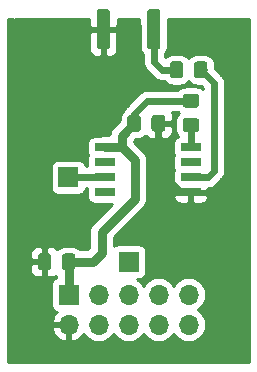
<source format=gbr>
G04 #@! TF.GenerationSoftware,KiCad,Pcbnew,5.0.2+dfsg1-1*
G04 #@! TF.CreationDate,2020-09-25T22:56:08+02:00*
G04 #@! TF.ProjectId,attiny13ir,61747469-6e79-4313-9369-722e6b696361,rev?*
G04 #@! TF.SameCoordinates,Original*
G04 #@! TF.FileFunction,Copper,L2,Bot*
G04 #@! TF.FilePolarity,Positive*
%FSLAX46Y46*%
G04 Gerber Fmt 4.6, Leading zero omitted, Abs format (unit mm)*
G04 Created by KiCad (PCBNEW 5.0.2+dfsg1-1) date Fri 25 Sep 2020 10:56:08 PM CEST*
%MOMM*%
%LPD*%
G01*
G04 APERTURE LIST*
G04 #@! TA.AperFunction,Conductor*
%ADD10C,0.100000*%
G04 #@! TD*
G04 #@! TA.AperFunction,SMDPad,CuDef*
%ADD11C,1.150000*%
G04 #@! TD*
G04 #@! TA.AperFunction,SMDPad,CuDef*
%ADD12C,1.125000*%
G04 #@! TD*
G04 #@! TA.AperFunction,ComponentPad*
%ADD13R,1.700000X1.700000*%
G04 #@! TD*
G04 #@! TA.AperFunction,ComponentPad*
%ADD14O,1.700000X1.700000*%
G04 #@! TD*
G04 #@! TA.AperFunction,SMDPad,CuDef*
%ADD15R,1.700000X0.650000*%
G04 #@! TD*
G04 #@! TA.AperFunction,Conductor*
%ADD16C,0.600000*%
G04 #@! TD*
G04 #@! TA.AperFunction,Conductor*
%ADD17C,0.800000*%
G04 #@! TD*
G04 #@! TA.AperFunction,Conductor*
%ADD18C,0.254000*%
G04 #@! TD*
G04 APERTURE END LIST*
D10*
G04 #@! TO.N,GND*
G04 #@! TO.C,C1*
G36*
X104734505Y-97345204D02*
X104758773Y-97348804D01*
X104782572Y-97354765D01*
X104805671Y-97363030D01*
X104827850Y-97373520D01*
X104848893Y-97386132D01*
X104868599Y-97400747D01*
X104886777Y-97417223D01*
X104903253Y-97435401D01*
X104917868Y-97455107D01*
X104930480Y-97476150D01*
X104940970Y-97498329D01*
X104949235Y-97521428D01*
X104955196Y-97545227D01*
X104958796Y-97569495D01*
X104960000Y-97593999D01*
X104960000Y-98494001D01*
X104958796Y-98518505D01*
X104955196Y-98542773D01*
X104949235Y-98566572D01*
X104940970Y-98589671D01*
X104930480Y-98611850D01*
X104917868Y-98632893D01*
X104903253Y-98652599D01*
X104886777Y-98670777D01*
X104868599Y-98687253D01*
X104848893Y-98701868D01*
X104827850Y-98714480D01*
X104805671Y-98724970D01*
X104782572Y-98733235D01*
X104758773Y-98739196D01*
X104734505Y-98742796D01*
X104710001Y-98744000D01*
X104059999Y-98744000D01*
X104035495Y-98742796D01*
X104011227Y-98739196D01*
X103987428Y-98733235D01*
X103964329Y-98724970D01*
X103942150Y-98714480D01*
X103921107Y-98701868D01*
X103901401Y-98687253D01*
X103883223Y-98670777D01*
X103866747Y-98652599D01*
X103852132Y-98632893D01*
X103839520Y-98611850D01*
X103829030Y-98589671D01*
X103820765Y-98566572D01*
X103814804Y-98542773D01*
X103811204Y-98518505D01*
X103810000Y-98494001D01*
X103810000Y-97593999D01*
X103811204Y-97569495D01*
X103814804Y-97545227D01*
X103820765Y-97521428D01*
X103829030Y-97498329D01*
X103839520Y-97476150D01*
X103852132Y-97455107D01*
X103866747Y-97435401D01*
X103883223Y-97417223D01*
X103901401Y-97400747D01*
X103921107Y-97386132D01*
X103942150Y-97373520D01*
X103964329Y-97363030D01*
X103987428Y-97354765D01*
X104011227Y-97348804D01*
X104035495Y-97345204D01*
X104059999Y-97344000D01*
X104710001Y-97344000D01*
X104734505Y-97345204D01*
X104734505Y-97345204D01*
G37*
D11*
G04 #@! TD*
G04 #@! TO.P,C1,2*
G04 #@! TO.N,GND*
X104385000Y-98044000D03*
D10*
G04 #@! TO.N,+5V*
G04 #@! TO.C,C1*
G36*
X106784505Y-97345204D02*
X106808773Y-97348804D01*
X106832572Y-97354765D01*
X106855671Y-97363030D01*
X106877850Y-97373520D01*
X106898893Y-97386132D01*
X106918599Y-97400747D01*
X106936777Y-97417223D01*
X106953253Y-97435401D01*
X106967868Y-97455107D01*
X106980480Y-97476150D01*
X106990970Y-97498329D01*
X106999235Y-97521428D01*
X107005196Y-97545227D01*
X107008796Y-97569495D01*
X107010000Y-97593999D01*
X107010000Y-98494001D01*
X107008796Y-98518505D01*
X107005196Y-98542773D01*
X106999235Y-98566572D01*
X106990970Y-98589671D01*
X106980480Y-98611850D01*
X106967868Y-98632893D01*
X106953253Y-98652599D01*
X106936777Y-98670777D01*
X106918599Y-98687253D01*
X106898893Y-98701868D01*
X106877850Y-98714480D01*
X106855671Y-98724970D01*
X106832572Y-98733235D01*
X106808773Y-98739196D01*
X106784505Y-98742796D01*
X106760001Y-98744000D01*
X106109999Y-98744000D01*
X106085495Y-98742796D01*
X106061227Y-98739196D01*
X106037428Y-98733235D01*
X106014329Y-98724970D01*
X105992150Y-98714480D01*
X105971107Y-98701868D01*
X105951401Y-98687253D01*
X105933223Y-98670777D01*
X105916747Y-98652599D01*
X105902132Y-98632893D01*
X105889520Y-98611850D01*
X105879030Y-98589671D01*
X105870765Y-98566572D01*
X105864804Y-98542773D01*
X105861204Y-98518505D01*
X105860000Y-98494001D01*
X105860000Y-97593999D01*
X105861204Y-97569495D01*
X105864804Y-97545227D01*
X105870765Y-97521428D01*
X105879030Y-97498329D01*
X105889520Y-97476150D01*
X105902132Y-97455107D01*
X105916747Y-97435401D01*
X105933223Y-97417223D01*
X105951401Y-97400747D01*
X105971107Y-97386132D01*
X105992150Y-97373520D01*
X106014329Y-97363030D01*
X106037428Y-97354765D01*
X106061227Y-97348804D01*
X106085495Y-97345204D01*
X106109999Y-97344000D01*
X106760001Y-97344000D01*
X106784505Y-97345204D01*
X106784505Y-97345204D01*
G37*
D11*
G04 #@! TD*
G04 #@! TO.P,C1,1*
G04 #@! TO.N,+5V*
X106435000Y-98044000D03*
D10*
G04 #@! TO.N,+5V*
G04 #@! TO.C,C2*
G36*
X112323603Y-85629418D02*
X112347871Y-85633018D01*
X112371670Y-85638979D01*
X112394769Y-85647244D01*
X112416948Y-85657734D01*
X112437991Y-85670346D01*
X112457697Y-85684961D01*
X112475875Y-85701437D01*
X112492351Y-85719615D01*
X112506966Y-85739321D01*
X112519578Y-85760364D01*
X112530068Y-85782543D01*
X112538333Y-85805642D01*
X112544294Y-85829441D01*
X112547894Y-85853709D01*
X112549098Y-85878213D01*
X112549098Y-86778215D01*
X112547894Y-86802719D01*
X112544294Y-86826987D01*
X112538333Y-86850786D01*
X112530068Y-86873885D01*
X112519578Y-86896064D01*
X112506966Y-86917107D01*
X112492351Y-86936813D01*
X112475875Y-86954991D01*
X112457697Y-86971467D01*
X112437991Y-86986082D01*
X112416948Y-86998694D01*
X112394769Y-87009184D01*
X112371670Y-87017449D01*
X112347871Y-87023410D01*
X112323603Y-87027010D01*
X112299099Y-87028214D01*
X111649097Y-87028214D01*
X111624593Y-87027010D01*
X111600325Y-87023410D01*
X111576526Y-87017449D01*
X111553427Y-87009184D01*
X111531248Y-86998694D01*
X111510205Y-86986082D01*
X111490499Y-86971467D01*
X111472321Y-86954991D01*
X111455845Y-86936813D01*
X111441230Y-86917107D01*
X111428618Y-86896064D01*
X111418128Y-86873885D01*
X111409863Y-86850786D01*
X111403902Y-86826987D01*
X111400302Y-86802719D01*
X111399098Y-86778215D01*
X111399098Y-85878213D01*
X111400302Y-85853709D01*
X111403902Y-85829441D01*
X111409863Y-85805642D01*
X111418128Y-85782543D01*
X111428618Y-85760364D01*
X111441230Y-85739321D01*
X111455845Y-85719615D01*
X111472321Y-85701437D01*
X111490499Y-85684961D01*
X111510205Y-85670346D01*
X111531248Y-85657734D01*
X111553427Y-85647244D01*
X111576526Y-85638979D01*
X111600325Y-85633018D01*
X111624593Y-85629418D01*
X111649097Y-85628214D01*
X112299099Y-85628214D01*
X112323603Y-85629418D01*
X112323603Y-85629418D01*
G37*
D11*
G04 #@! TD*
G04 #@! TO.P,C2,1*
G04 #@! TO.N,+5V*
X111974098Y-86328214D03*
D10*
G04 #@! TO.N,GND*
G04 #@! TO.C,C2*
G36*
X114373603Y-85629418D02*
X114397871Y-85633018D01*
X114421670Y-85638979D01*
X114444769Y-85647244D01*
X114466948Y-85657734D01*
X114487991Y-85670346D01*
X114507697Y-85684961D01*
X114525875Y-85701437D01*
X114542351Y-85719615D01*
X114556966Y-85739321D01*
X114569578Y-85760364D01*
X114580068Y-85782543D01*
X114588333Y-85805642D01*
X114594294Y-85829441D01*
X114597894Y-85853709D01*
X114599098Y-85878213D01*
X114599098Y-86778215D01*
X114597894Y-86802719D01*
X114594294Y-86826987D01*
X114588333Y-86850786D01*
X114580068Y-86873885D01*
X114569578Y-86896064D01*
X114556966Y-86917107D01*
X114542351Y-86936813D01*
X114525875Y-86954991D01*
X114507697Y-86971467D01*
X114487991Y-86986082D01*
X114466948Y-86998694D01*
X114444769Y-87009184D01*
X114421670Y-87017449D01*
X114397871Y-87023410D01*
X114373603Y-87027010D01*
X114349099Y-87028214D01*
X113699097Y-87028214D01*
X113674593Y-87027010D01*
X113650325Y-87023410D01*
X113626526Y-87017449D01*
X113603427Y-87009184D01*
X113581248Y-86998694D01*
X113560205Y-86986082D01*
X113540499Y-86971467D01*
X113522321Y-86954991D01*
X113505845Y-86936813D01*
X113491230Y-86917107D01*
X113478618Y-86896064D01*
X113468128Y-86873885D01*
X113459863Y-86850786D01*
X113453902Y-86826987D01*
X113450302Y-86802719D01*
X113449098Y-86778215D01*
X113449098Y-85878213D01*
X113450302Y-85853709D01*
X113453902Y-85829441D01*
X113459863Y-85805642D01*
X113468128Y-85782543D01*
X113478618Y-85760364D01*
X113491230Y-85739321D01*
X113505845Y-85719615D01*
X113522321Y-85701437D01*
X113540499Y-85684961D01*
X113560205Y-85670346D01*
X113581248Y-85657734D01*
X113603427Y-85647244D01*
X113626526Y-85638979D01*
X113650325Y-85633018D01*
X113674593Y-85629418D01*
X113699097Y-85628214D01*
X114349099Y-85628214D01*
X114373603Y-85629418D01*
X114373603Y-85629418D01*
G37*
D11*
G04 #@! TD*
G04 #@! TO.P,C2,2*
G04 #@! TO.N,GND*
X114024098Y-86328214D03*
D10*
G04 #@! TO.N,GND*
G04 #@! TO.C,D1*
G36*
X109705505Y-76660204D02*
X109729773Y-76663804D01*
X109753572Y-76669765D01*
X109776671Y-76678030D01*
X109798850Y-76688520D01*
X109819893Y-76701132D01*
X109839599Y-76715747D01*
X109857777Y-76732223D01*
X109874253Y-76750401D01*
X109888868Y-76770107D01*
X109901480Y-76791150D01*
X109911970Y-76813329D01*
X109920235Y-76836428D01*
X109926196Y-76860227D01*
X109929796Y-76884495D01*
X109931000Y-76908999D01*
X109931000Y-79809001D01*
X109929796Y-79833505D01*
X109926196Y-79857773D01*
X109920235Y-79881572D01*
X109911970Y-79904671D01*
X109901480Y-79926850D01*
X109888868Y-79947893D01*
X109874253Y-79967599D01*
X109857777Y-79985777D01*
X109839599Y-80002253D01*
X109819893Y-80016868D01*
X109798850Y-80029480D01*
X109776671Y-80039970D01*
X109753572Y-80048235D01*
X109729773Y-80054196D01*
X109705505Y-80057796D01*
X109681001Y-80059000D01*
X109055999Y-80059000D01*
X109031495Y-80057796D01*
X109007227Y-80054196D01*
X108983428Y-80048235D01*
X108960329Y-80039970D01*
X108938150Y-80029480D01*
X108917107Y-80016868D01*
X108897401Y-80002253D01*
X108879223Y-79985777D01*
X108862747Y-79967599D01*
X108848132Y-79947893D01*
X108835520Y-79926850D01*
X108825030Y-79904671D01*
X108816765Y-79881572D01*
X108810804Y-79857773D01*
X108807204Y-79833505D01*
X108806000Y-79809001D01*
X108806000Y-76908999D01*
X108807204Y-76884495D01*
X108810804Y-76860227D01*
X108816765Y-76836428D01*
X108825030Y-76813329D01*
X108835520Y-76791150D01*
X108848132Y-76770107D01*
X108862747Y-76750401D01*
X108879223Y-76732223D01*
X108897401Y-76715747D01*
X108917107Y-76701132D01*
X108938150Y-76688520D01*
X108960329Y-76678030D01*
X108983428Y-76669765D01*
X109007227Y-76663804D01*
X109031495Y-76660204D01*
X109055999Y-76659000D01*
X109681001Y-76659000D01*
X109705505Y-76660204D01*
X109705505Y-76660204D01*
G37*
D12*
G04 #@! TD*
G04 #@! TO.P,D1,1*
G04 #@! TO.N,GND*
X109368500Y-78359000D03*
D10*
G04 #@! TO.N,Net-(D1-Pad2)*
G04 #@! TO.C,D1*
G36*
X113980505Y-76660204D02*
X114004773Y-76663804D01*
X114028572Y-76669765D01*
X114051671Y-76678030D01*
X114073850Y-76688520D01*
X114094893Y-76701132D01*
X114114599Y-76715747D01*
X114132777Y-76732223D01*
X114149253Y-76750401D01*
X114163868Y-76770107D01*
X114176480Y-76791150D01*
X114186970Y-76813329D01*
X114195235Y-76836428D01*
X114201196Y-76860227D01*
X114204796Y-76884495D01*
X114206000Y-76908999D01*
X114206000Y-79809001D01*
X114204796Y-79833505D01*
X114201196Y-79857773D01*
X114195235Y-79881572D01*
X114186970Y-79904671D01*
X114176480Y-79926850D01*
X114163868Y-79947893D01*
X114149253Y-79967599D01*
X114132777Y-79985777D01*
X114114599Y-80002253D01*
X114094893Y-80016868D01*
X114073850Y-80029480D01*
X114051671Y-80039970D01*
X114028572Y-80048235D01*
X114004773Y-80054196D01*
X113980505Y-80057796D01*
X113956001Y-80059000D01*
X113330999Y-80059000D01*
X113306495Y-80057796D01*
X113282227Y-80054196D01*
X113258428Y-80048235D01*
X113235329Y-80039970D01*
X113213150Y-80029480D01*
X113192107Y-80016868D01*
X113172401Y-80002253D01*
X113154223Y-79985777D01*
X113137747Y-79967599D01*
X113123132Y-79947893D01*
X113110520Y-79926850D01*
X113100030Y-79904671D01*
X113091765Y-79881572D01*
X113085804Y-79857773D01*
X113082204Y-79833505D01*
X113081000Y-79809001D01*
X113081000Y-76908999D01*
X113082204Y-76884495D01*
X113085804Y-76860227D01*
X113091765Y-76836428D01*
X113100030Y-76813329D01*
X113110520Y-76791150D01*
X113123132Y-76770107D01*
X113137747Y-76750401D01*
X113154223Y-76732223D01*
X113172401Y-76715747D01*
X113192107Y-76701132D01*
X113213150Y-76688520D01*
X113235329Y-76678030D01*
X113258428Y-76669765D01*
X113282227Y-76663804D01*
X113306495Y-76660204D01*
X113330999Y-76659000D01*
X113956001Y-76659000D01*
X113980505Y-76660204D01*
X113980505Y-76660204D01*
G37*
D12*
G04 #@! TD*
G04 #@! TO.P,D1,2*
G04 #@! TO.N,Net-(D1-Pad2)*
X113643500Y-78359000D03*
D13*
G04 #@! TO.P,J1,1*
G04 #@! TO.N,Net-(J1-Pad1)*
X111506000Y-98044000D03*
G04 #@! TD*
G04 #@! TO.P,J2,1*
G04 #@! TO.N,+5V*
X106426000Y-100838000D03*
D14*
G04 #@! TO.P,J2,2*
G04 #@! TO.N,GND*
X106426000Y-103378000D03*
G04 #@! TO.P,J2,3*
G04 #@! TO.N,Net-(J2-Pad3)*
X108966000Y-100838000D03*
G04 #@! TO.P,J2,4*
G04 #@! TO.N,Net-(J2-Pad4)*
X108966000Y-103378000D03*
G04 #@! TO.P,J2,5*
G04 #@! TO.N,Net-(J2-Pad5)*
X111506000Y-100838000D03*
G04 #@! TO.P,J2,6*
G04 #@! TO.N,Net-(J2-Pad6)*
X111506000Y-103378000D03*
G04 #@! TO.P,J2,7*
G04 #@! TO.N,Net-(J2-Pad7)*
X114046000Y-100838000D03*
G04 #@! TO.P,J2,8*
G04 #@! TO.N,Net-(J2-Pad8)*
X114046000Y-103378000D03*
G04 #@! TO.P,J2,9*
G04 #@! TO.N,Net-(J2-Pad9)*
X116586000Y-100838000D03*
G04 #@! TO.P,J2,10*
G04 #@! TO.N,Net-(J2-Pad10)*
X116586000Y-103378000D03*
G04 #@! TD*
D13*
G04 #@! TO.P,J3,1*
G04 #@! TO.N,Net-(J3-Pad1)*
X106395098Y-90900214D03*
G04 #@! TD*
D10*
G04 #@! TO.N,+5V*
G04 #@! TO.C,R1*
G36*
X117258203Y-83840418D02*
X117282471Y-83844018D01*
X117306270Y-83849979D01*
X117329369Y-83858244D01*
X117351548Y-83868734D01*
X117372591Y-83881346D01*
X117392297Y-83895961D01*
X117410475Y-83912437D01*
X117426951Y-83930615D01*
X117441566Y-83950321D01*
X117454178Y-83971364D01*
X117464668Y-83993543D01*
X117472933Y-84016642D01*
X117478894Y-84040441D01*
X117482494Y-84064709D01*
X117483698Y-84089213D01*
X117483698Y-84739215D01*
X117482494Y-84763719D01*
X117478894Y-84787987D01*
X117472933Y-84811786D01*
X117464668Y-84834885D01*
X117454178Y-84857064D01*
X117441566Y-84878107D01*
X117426951Y-84897813D01*
X117410475Y-84915991D01*
X117392297Y-84932467D01*
X117372591Y-84947082D01*
X117351548Y-84959694D01*
X117329369Y-84970184D01*
X117306270Y-84978449D01*
X117282471Y-84984410D01*
X117258203Y-84988010D01*
X117233699Y-84989214D01*
X116333697Y-84989214D01*
X116309193Y-84988010D01*
X116284925Y-84984410D01*
X116261126Y-84978449D01*
X116238027Y-84970184D01*
X116215848Y-84959694D01*
X116194805Y-84947082D01*
X116175099Y-84932467D01*
X116156921Y-84915991D01*
X116140445Y-84897813D01*
X116125830Y-84878107D01*
X116113218Y-84857064D01*
X116102728Y-84834885D01*
X116094463Y-84811786D01*
X116088502Y-84787987D01*
X116084902Y-84763719D01*
X116083698Y-84739215D01*
X116083698Y-84089213D01*
X116084902Y-84064709D01*
X116088502Y-84040441D01*
X116094463Y-84016642D01*
X116102728Y-83993543D01*
X116113218Y-83971364D01*
X116125830Y-83950321D01*
X116140445Y-83930615D01*
X116156921Y-83912437D01*
X116175099Y-83895961D01*
X116194805Y-83881346D01*
X116215848Y-83868734D01*
X116238027Y-83858244D01*
X116261126Y-83849979D01*
X116284925Y-83844018D01*
X116309193Y-83840418D01*
X116333697Y-83839214D01*
X117233699Y-83839214D01*
X117258203Y-83840418D01*
X117258203Y-83840418D01*
G37*
D11*
G04 #@! TD*
G04 #@! TO.P,R1,1*
G04 #@! TO.N,+5V*
X116783698Y-84414214D03*
D10*
G04 #@! TO.N,Net-(R1-Pad2)*
G04 #@! TO.C,R1*
G36*
X117258203Y-85890418D02*
X117282471Y-85894018D01*
X117306270Y-85899979D01*
X117329369Y-85908244D01*
X117351548Y-85918734D01*
X117372591Y-85931346D01*
X117392297Y-85945961D01*
X117410475Y-85962437D01*
X117426951Y-85980615D01*
X117441566Y-86000321D01*
X117454178Y-86021364D01*
X117464668Y-86043543D01*
X117472933Y-86066642D01*
X117478894Y-86090441D01*
X117482494Y-86114709D01*
X117483698Y-86139213D01*
X117483698Y-86789215D01*
X117482494Y-86813719D01*
X117478894Y-86837987D01*
X117472933Y-86861786D01*
X117464668Y-86884885D01*
X117454178Y-86907064D01*
X117441566Y-86928107D01*
X117426951Y-86947813D01*
X117410475Y-86965991D01*
X117392297Y-86982467D01*
X117372591Y-86997082D01*
X117351548Y-87009694D01*
X117329369Y-87020184D01*
X117306270Y-87028449D01*
X117282471Y-87034410D01*
X117258203Y-87038010D01*
X117233699Y-87039214D01*
X116333697Y-87039214D01*
X116309193Y-87038010D01*
X116284925Y-87034410D01*
X116261126Y-87028449D01*
X116238027Y-87020184D01*
X116215848Y-87009694D01*
X116194805Y-86997082D01*
X116175099Y-86982467D01*
X116156921Y-86965991D01*
X116140445Y-86947813D01*
X116125830Y-86928107D01*
X116113218Y-86907064D01*
X116102728Y-86884885D01*
X116094463Y-86861786D01*
X116088502Y-86837987D01*
X116084902Y-86813719D01*
X116083698Y-86789215D01*
X116083698Y-86139213D01*
X116084902Y-86114709D01*
X116088502Y-86090441D01*
X116094463Y-86066642D01*
X116102728Y-86043543D01*
X116113218Y-86021364D01*
X116125830Y-86000321D01*
X116140445Y-85980615D01*
X116156921Y-85962437D01*
X116175099Y-85945961D01*
X116194805Y-85931346D01*
X116215848Y-85918734D01*
X116238027Y-85908244D01*
X116261126Y-85899979D01*
X116284925Y-85894018D01*
X116309193Y-85890418D01*
X116333697Y-85889214D01*
X117233699Y-85889214D01*
X117258203Y-85890418D01*
X117258203Y-85890418D01*
G37*
D11*
G04 #@! TD*
G04 #@! TO.P,R1,2*
G04 #@! TO.N,Net-(R1-Pad2)*
X116783698Y-86464214D03*
D10*
G04 #@! TO.N,Net-(R2-Pad1)*
G04 #@! TO.C,R2*
G36*
X117960505Y-81089204D02*
X117984773Y-81092804D01*
X118008572Y-81098765D01*
X118031671Y-81107030D01*
X118053850Y-81117520D01*
X118074893Y-81130132D01*
X118094599Y-81144747D01*
X118112777Y-81161223D01*
X118129253Y-81179401D01*
X118143868Y-81199107D01*
X118156480Y-81220150D01*
X118166970Y-81242329D01*
X118175235Y-81265428D01*
X118181196Y-81289227D01*
X118184796Y-81313495D01*
X118186000Y-81337999D01*
X118186000Y-82238001D01*
X118184796Y-82262505D01*
X118181196Y-82286773D01*
X118175235Y-82310572D01*
X118166970Y-82333671D01*
X118156480Y-82355850D01*
X118143868Y-82376893D01*
X118129253Y-82396599D01*
X118112777Y-82414777D01*
X118094599Y-82431253D01*
X118074893Y-82445868D01*
X118053850Y-82458480D01*
X118031671Y-82468970D01*
X118008572Y-82477235D01*
X117984773Y-82483196D01*
X117960505Y-82486796D01*
X117936001Y-82488000D01*
X117285999Y-82488000D01*
X117261495Y-82486796D01*
X117237227Y-82483196D01*
X117213428Y-82477235D01*
X117190329Y-82468970D01*
X117168150Y-82458480D01*
X117147107Y-82445868D01*
X117127401Y-82431253D01*
X117109223Y-82414777D01*
X117092747Y-82396599D01*
X117078132Y-82376893D01*
X117065520Y-82355850D01*
X117055030Y-82333671D01*
X117046765Y-82310572D01*
X117040804Y-82286773D01*
X117037204Y-82262505D01*
X117036000Y-82238001D01*
X117036000Y-81337999D01*
X117037204Y-81313495D01*
X117040804Y-81289227D01*
X117046765Y-81265428D01*
X117055030Y-81242329D01*
X117065520Y-81220150D01*
X117078132Y-81199107D01*
X117092747Y-81179401D01*
X117109223Y-81161223D01*
X117127401Y-81144747D01*
X117147107Y-81130132D01*
X117168150Y-81117520D01*
X117190329Y-81107030D01*
X117213428Y-81098765D01*
X117237227Y-81092804D01*
X117261495Y-81089204D01*
X117285999Y-81088000D01*
X117936001Y-81088000D01*
X117960505Y-81089204D01*
X117960505Y-81089204D01*
G37*
D11*
G04 #@! TD*
G04 #@! TO.P,R2,1*
G04 #@! TO.N,Net-(R2-Pad1)*
X117611000Y-81788000D03*
D10*
G04 #@! TO.N,Net-(D1-Pad2)*
G04 #@! TO.C,R2*
G36*
X115910505Y-81089204D02*
X115934773Y-81092804D01*
X115958572Y-81098765D01*
X115981671Y-81107030D01*
X116003850Y-81117520D01*
X116024893Y-81130132D01*
X116044599Y-81144747D01*
X116062777Y-81161223D01*
X116079253Y-81179401D01*
X116093868Y-81199107D01*
X116106480Y-81220150D01*
X116116970Y-81242329D01*
X116125235Y-81265428D01*
X116131196Y-81289227D01*
X116134796Y-81313495D01*
X116136000Y-81337999D01*
X116136000Y-82238001D01*
X116134796Y-82262505D01*
X116131196Y-82286773D01*
X116125235Y-82310572D01*
X116116970Y-82333671D01*
X116106480Y-82355850D01*
X116093868Y-82376893D01*
X116079253Y-82396599D01*
X116062777Y-82414777D01*
X116044599Y-82431253D01*
X116024893Y-82445868D01*
X116003850Y-82458480D01*
X115981671Y-82468970D01*
X115958572Y-82477235D01*
X115934773Y-82483196D01*
X115910505Y-82486796D01*
X115886001Y-82488000D01*
X115235999Y-82488000D01*
X115211495Y-82486796D01*
X115187227Y-82483196D01*
X115163428Y-82477235D01*
X115140329Y-82468970D01*
X115118150Y-82458480D01*
X115097107Y-82445868D01*
X115077401Y-82431253D01*
X115059223Y-82414777D01*
X115042747Y-82396599D01*
X115028132Y-82376893D01*
X115015520Y-82355850D01*
X115005030Y-82333671D01*
X114996765Y-82310572D01*
X114990804Y-82286773D01*
X114987204Y-82262505D01*
X114986000Y-82238001D01*
X114986000Y-81337999D01*
X114987204Y-81313495D01*
X114990804Y-81289227D01*
X114996765Y-81265428D01*
X115005030Y-81242329D01*
X115015520Y-81220150D01*
X115028132Y-81199107D01*
X115042747Y-81179401D01*
X115059223Y-81161223D01*
X115077401Y-81144747D01*
X115097107Y-81130132D01*
X115118150Y-81117520D01*
X115140329Y-81107030D01*
X115163428Y-81098765D01*
X115187227Y-81092804D01*
X115211495Y-81089204D01*
X115235999Y-81088000D01*
X115886001Y-81088000D01*
X115910505Y-81089204D01*
X115910505Y-81089204D01*
G37*
D11*
G04 #@! TD*
G04 #@! TO.P,R2,2*
G04 #@! TO.N,Net-(D1-Pad2)*
X115561000Y-81788000D03*
D15*
G04 #@! TO.P,U1,1*
G04 #@! TO.N,Net-(R1-Pad2)*
X116776098Y-88360214D03*
G04 #@! TO.P,U1,2*
G04 #@! TO.N,Net-(U1-Pad2)*
X116776098Y-89630214D03*
G04 #@! TO.P,U1,3*
G04 #@! TO.N,Net-(R2-Pad1)*
X116776098Y-90900214D03*
G04 #@! TO.P,U1,4*
G04 #@! TO.N,GND*
X116776098Y-92170214D03*
G04 #@! TO.P,U1,5*
G04 #@! TO.N,Net-(U1-Pad5)*
X109476098Y-92170214D03*
G04 #@! TO.P,U1,6*
G04 #@! TO.N,Net-(J3-Pad1)*
X109476098Y-90900214D03*
G04 #@! TO.P,U1,7*
G04 #@! TO.N,Net-(U1-Pad7)*
X109476098Y-89630214D03*
G04 #@! TO.P,U1,8*
G04 #@! TO.N,+5V*
X109476098Y-88360214D03*
G04 #@! TD*
D16*
G04 #@! TO.N,GND*
X115971096Y-92170214D02*
X116776098Y-92170214D01*
X114024098Y-90223216D02*
X115971096Y-92170214D01*
X114024098Y-86328214D02*
X114024098Y-90223216D01*
G04 #@! TO.N,+5V*
X115983698Y-84414214D02*
X116783698Y-84414214D01*
X113088098Y-84414214D02*
X115983698Y-84414214D01*
X111974098Y-85528214D02*
X113088098Y-84414214D01*
X111974098Y-86328214D02*
X111974098Y-85528214D01*
D17*
X112014000Y-89448116D02*
X110926098Y-88360214D01*
X109476098Y-88360214D02*
X110926098Y-88360214D01*
X110926098Y-87376214D02*
X111974098Y-86328214D01*
X110926098Y-88360214D02*
X110926098Y-87376214D01*
X112014000Y-90678000D02*
X112014000Y-89448116D01*
X112014000Y-92710000D02*
X109220000Y-95504000D01*
X112014000Y-90678000D02*
X112014000Y-92710000D01*
X112014000Y-91440000D02*
X112014000Y-90678000D01*
X109220000Y-95504000D02*
X109220000Y-97282000D01*
X109220000Y-97282000D02*
X108458000Y-98044000D01*
X108458000Y-98044000D02*
X106435000Y-98044000D01*
X106426000Y-98053000D02*
X106435000Y-98044000D01*
X106426000Y-100838000D02*
X106426000Y-98053000D01*
D16*
G04 #@! TO.N,Net-(D1-Pad2)*
X115561000Y-81788000D02*
X114300000Y-81788000D01*
X113643500Y-81131500D02*
X113643500Y-78359000D01*
X114300000Y-81788000D02*
X113643500Y-81131500D01*
G04 #@! TO.N,Net-(J3-Pad1)*
X109476098Y-90900214D02*
X106395098Y-90900214D01*
G04 #@! TO.N,Net-(R1-Pad2)*
X116783698Y-88352614D02*
X116776098Y-88360214D01*
X116783698Y-86464214D02*
X116783698Y-88352614D01*
G04 #@! TO.N,Net-(R2-Pad1)*
X118226098Y-90900214D02*
X118745000Y-90381312D01*
X116776098Y-90900214D02*
X118226098Y-90900214D01*
X118745000Y-82922000D02*
X117611000Y-81788000D01*
X118745000Y-90381312D02*
X118745000Y-82922000D01*
G04 #@! TD*
D18*
G04 #@! TO.N,GND*
G36*
X108171000Y-78073250D02*
X108329750Y-78232000D01*
X109241500Y-78232000D01*
X109241500Y-78212000D01*
X109495500Y-78212000D01*
X109495500Y-78232000D01*
X110407250Y-78232000D01*
X110566000Y-78073250D01*
X110566000Y-78028000D01*
X112442928Y-78028000D01*
X112442928Y-79809001D01*
X112459992Y-79982255D01*
X112510528Y-80148851D01*
X112592595Y-80302387D01*
X112703038Y-80436962D01*
X112708500Y-80441445D01*
X112708500Y-81085568D01*
X112703976Y-81131500D01*
X112708500Y-81177431D01*
X112722029Y-81314791D01*
X112775493Y-81491039D01*
X112862314Y-81653471D01*
X112979156Y-81795844D01*
X113014841Y-81825130D01*
X113606374Y-82416664D01*
X113635656Y-82452344D01*
X113778028Y-82569186D01*
X113940460Y-82656007D01*
X114063243Y-82693253D01*
X114116707Y-82709471D01*
X114299999Y-82727524D01*
X114345931Y-82723000D01*
X114493112Y-82723000D01*
X114497595Y-82731387D01*
X114608038Y-82865962D01*
X114742613Y-82976405D01*
X114896149Y-83058472D01*
X115062745Y-83109008D01*
X115235999Y-83126072D01*
X115886001Y-83126072D01*
X116059255Y-83109008D01*
X116225851Y-83058472D01*
X116379387Y-82976405D01*
X116513962Y-82865962D01*
X116586000Y-82778184D01*
X116658038Y-82865962D01*
X116792613Y-82976405D01*
X116946149Y-83058472D01*
X117112745Y-83109008D01*
X117285999Y-83126072D01*
X117626782Y-83126072D01*
X117810001Y-83309291D01*
X117810001Y-83418856D01*
X117727085Y-83350809D01*
X117573549Y-83268742D01*
X117406953Y-83218206D01*
X117233699Y-83201142D01*
X116333697Y-83201142D01*
X116160443Y-83218206D01*
X115993847Y-83268742D01*
X115840311Y-83350809D01*
X115705736Y-83461252D01*
X115690995Y-83479214D01*
X113134030Y-83479214D01*
X113088098Y-83474690D01*
X113042166Y-83479214D01*
X112904806Y-83492743D01*
X112728558Y-83546207D01*
X112566126Y-83633028D01*
X112423754Y-83749870D01*
X112394468Y-83785555D01*
X111345434Y-84834589D01*
X111309755Y-84863870D01*
X111192913Y-85006242D01*
X111192398Y-85007206D01*
X111106092Y-85168674D01*
X111101303Y-85184460D01*
X111021136Y-85250252D01*
X110910693Y-85384827D01*
X110828626Y-85538363D01*
X110778090Y-85704959D01*
X110761026Y-85878213D01*
X110761026Y-86077575D01*
X110230190Y-86608412D01*
X110190703Y-86640818D01*
X110158296Y-86680306D01*
X110158295Y-86680307D01*
X110061364Y-86798417D01*
X109965258Y-86978221D01*
X109906075Y-87173319D01*
X109891115Y-87325214D01*
X109425260Y-87325214D01*
X109273203Y-87340190D01*
X109085460Y-87397142D01*
X108626098Y-87397142D01*
X108501616Y-87409402D01*
X108381918Y-87445712D01*
X108271604Y-87504677D01*
X108174913Y-87584029D01*
X108095561Y-87680720D01*
X108036596Y-87791034D01*
X108000286Y-87910732D01*
X107988026Y-88035214D01*
X107988026Y-88685214D01*
X108000286Y-88809696D01*
X108036596Y-88929394D01*
X108071778Y-88995214D01*
X108036596Y-89061034D01*
X108000286Y-89180732D01*
X107988026Y-89305214D01*
X107988026Y-89955214D01*
X107989011Y-89965214D01*
X107874799Y-89965214D01*
X107870910Y-89925732D01*
X107834600Y-89806034D01*
X107775635Y-89695720D01*
X107696283Y-89599029D01*
X107599592Y-89519677D01*
X107489278Y-89460712D01*
X107369580Y-89424402D01*
X107245098Y-89412142D01*
X105545098Y-89412142D01*
X105420616Y-89424402D01*
X105300918Y-89460712D01*
X105190604Y-89519677D01*
X105093913Y-89599029D01*
X105014561Y-89695720D01*
X104955596Y-89806034D01*
X104919286Y-89925732D01*
X104907026Y-90050214D01*
X104907026Y-91750214D01*
X104919286Y-91874696D01*
X104955596Y-91994394D01*
X105014561Y-92104708D01*
X105093913Y-92201399D01*
X105190604Y-92280751D01*
X105300918Y-92339716D01*
X105420616Y-92376026D01*
X105545098Y-92388286D01*
X107245098Y-92388286D01*
X107369580Y-92376026D01*
X107489278Y-92339716D01*
X107599592Y-92280751D01*
X107696283Y-92201399D01*
X107775635Y-92104708D01*
X107834600Y-91994394D01*
X107870910Y-91874696D01*
X107874799Y-91835214D01*
X107989011Y-91835214D01*
X107988026Y-91845214D01*
X107988026Y-92495214D01*
X108000286Y-92619696D01*
X108036596Y-92739394D01*
X108095561Y-92849708D01*
X108174913Y-92946399D01*
X108271604Y-93025751D01*
X108381918Y-93084716D01*
X108501616Y-93121026D01*
X108626098Y-93133286D01*
X110127003Y-93133286D01*
X108524097Y-94736193D01*
X108484604Y-94768604D01*
X108355266Y-94926203D01*
X108259159Y-95106008D01*
X108199976Y-95301106D01*
X108185000Y-95453163D01*
X108185000Y-95453172D01*
X108179994Y-95504000D01*
X108185000Y-95554828D01*
X108185001Y-96853289D01*
X108029290Y-97009000D01*
X107423220Y-97009000D01*
X107387962Y-96966038D01*
X107253387Y-96855595D01*
X107099851Y-96773528D01*
X106933255Y-96722992D01*
X106760001Y-96705928D01*
X106109999Y-96705928D01*
X105936745Y-96722992D01*
X105770149Y-96773528D01*
X105616613Y-96855595D01*
X105482038Y-96966038D01*
X105476043Y-96973343D01*
X105453237Y-96939211D01*
X105364789Y-96850763D01*
X105260785Y-96781270D01*
X105145223Y-96733403D01*
X105022542Y-96709000D01*
X104670750Y-96709000D01*
X104512000Y-96867750D01*
X104512000Y-97917000D01*
X104532000Y-97917000D01*
X104532000Y-98171000D01*
X104512000Y-98171000D01*
X104512000Y-99220250D01*
X104670750Y-99379000D01*
X105022542Y-99379000D01*
X105145223Y-99354597D01*
X105260785Y-99306730D01*
X105364789Y-99237237D01*
X105391001Y-99211025D01*
X105391001Y-99380546D01*
X105331820Y-99398498D01*
X105221506Y-99457463D01*
X105124815Y-99536815D01*
X105045463Y-99633506D01*
X104986498Y-99743820D01*
X104950188Y-99863518D01*
X104937928Y-99988000D01*
X104937928Y-101688000D01*
X104950188Y-101812482D01*
X104986498Y-101932180D01*
X105045463Y-102042494D01*
X105124815Y-102139185D01*
X105221506Y-102218537D01*
X105331820Y-102277502D01*
X105407626Y-102300498D01*
X105230822Y-102496645D01*
X105081843Y-102746748D01*
X104984519Y-103021109D01*
X105105186Y-103251000D01*
X106299000Y-103251000D01*
X106299000Y-103231000D01*
X106553000Y-103231000D01*
X106553000Y-103251000D01*
X106573000Y-103251000D01*
X106573000Y-103505000D01*
X106553000Y-103505000D01*
X106553000Y-104698155D01*
X106782890Y-104819476D01*
X106930099Y-104774825D01*
X107192920Y-104649641D01*
X107426269Y-104475588D01*
X107621178Y-104259355D01*
X107690799Y-104142477D01*
X107725294Y-104207014D01*
X107910866Y-104433134D01*
X108136986Y-104618706D01*
X108394966Y-104756599D01*
X108674889Y-104841513D01*
X108893050Y-104863000D01*
X109038950Y-104863000D01*
X109257111Y-104841513D01*
X109537034Y-104756599D01*
X109795014Y-104618706D01*
X110021134Y-104433134D01*
X110206706Y-104207014D01*
X110236000Y-104152209D01*
X110265294Y-104207014D01*
X110450866Y-104433134D01*
X110676986Y-104618706D01*
X110934966Y-104756599D01*
X111214889Y-104841513D01*
X111433050Y-104863000D01*
X111578950Y-104863000D01*
X111797111Y-104841513D01*
X112077034Y-104756599D01*
X112335014Y-104618706D01*
X112561134Y-104433134D01*
X112746706Y-104207014D01*
X112776000Y-104152209D01*
X112805294Y-104207014D01*
X112990866Y-104433134D01*
X113216986Y-104618706D01*
X113474966Y-104756599D01*
X113754889Y-104841513D01*
X113973050Y-104863000D01*
X114118950Y-104863000D01*
X114337111Y-104841513D01*
X114617034Y-104756599D01*
X114875014Y-104618706D01*
X115101134Y-104433134D01*
X115286706Y-104207014D01*
X115316000Y-104152209D01*
X115345294Y-104207014D01*
X115530866Y-104433134D01*
X115756986Y-104618706D01*
X116014966Y-104756599D01*
X116294889Y-104841513D01*
X116513050Y-104863000D01*
X116658950Y-104863000D01*
X116877111Y-104841513D01*
X117157034Y-104756599D01*
X117415014Y-104618706D01*
X117641134Y-104433134D01*
X117826706Y-104207014D01*
X117964599Y-103949034D01*
X118049513Y-103669111D01*
X118078185Y-103378000D01*
X118049513Y-103086889D01*
X117964599Y-102806966D01*
X117826706Y-102548986D01*
X117641134Y-102322866D01*
X117415014Y-102137294D01*
X117360209Y-102108000D01*
X117415014Y-102078706D01*
X117641134Y-101893134D01*
X117826706Y-101667014D01*
X117964599Y-101409034D01*
X118049513Y-101129111D01*
X118078185Y-100838000D01*
X118049513Y-100546889D01*
X117964599Y-100266966D01*
X117826706Y-100008986D01*
X117641134Y-99782866D01*
X117415014Y-99597294D01*
X117157034Y-99459401D01*
X116877111Y-99374487D01*
X116658950Y-99353000D01*
X116513050Y-99353000D01*
X116294889Y-99374487D01*
X116014966Y-99459401D01*
X115756986Y-99597294D01*
X115530866Y-99782866D01*
X115345294Y-100008986D01*
X115316000Y-100063791D01*
X115286706Y-100008986D01*
X115101134Y-99782866D01*
X114875014Y-99597294D01*
X114617034Y-99459401D01*
X114337111Y-99374487D01*
X114118950Y-99353000D01*
X113973050Y-99353000D01*
X113754889Y-99374487D01*
X113474966Y-99459401D01*
X113216986Y-99597294D01*
X112990866Y-99782866D01*
X112805294Y-100008986D01*
X112776000Y-100063791D01*
X112746706Y-100008986D01*
X112561134Y-99782866D01*
X112335014Y-99597294D01*
X112212992Y-99532072D01*
X112356000Y-99532072D01*
X112480482Y-99519812D01*
X112600180Y-99483502D01*
X112710494Y-99424537D01*
X112807185Y-99345185D01*
X112886537Y-99248494D01*
X112945502Y-99138180D01*
X112981812Y-99018482D01*
X112994072Y-98894000D01*
X112994072Y-97194000D01*
X112981812Y-97069518D01*
X112945502Y-96949820D01*
X112886537Y-96839506D01*
X112807185Y-96742815D01*
X112710494Y-96663463D01*
X112600180Y-96604498D01*
X112480482Y-96568188D01*
X112356000Y-96555928D01*
X110656000Y-96555928D01*
X110531518Y-96568188D01*
X110411820Y-96604498D01*
X110301506Y-96663463D01*
X110255000Y-96701629D01*
X110255000Y-95932710D01*
X112709908Y-93477803D01*
X112749396Y-93445396D01*
X112781803Y-93405908D01*
X112878734Y-93287798D01*
X112930104Y-93191691D01*
X112974841Y-93107993D01*
X113034024Y-92912895D01*
X113049000Y-92760838D01*
X113049000Y-92760835D01*
X113054007Y-92710000D01*
X113049000Y-92659165D01*
X113049000Y-92455964D01*
X115291098Y-92455964D01*
X115291098Y-92557756D01*
X115315501Y-92680437D01*
X115363368Y-92795999D01*
X115432861Y-92900003D01*
X115521309Y-92988451D01*
X115625313Y-93057944D01*
X115740875Y-93105811D01*
X115863556Y-93130214D01*
X116490348Y-93130214D01*
X116649098Y-92971464D01*
X116649098Y-92297214D01*
X116903098Y-92297214D01*
X116903098Y-92971464D01*
X117061848Y-93130214D01*
X117688640Y-93130214D01*
X117811321Y-93105811D01*
X117926883Y-93057944D01*
X118030887Y-92988451D01*
X118119335Y-92900003D01*
X118188828Y-92795999D01*
X118236695Y-92680437D01*
X118261098Y-92557756D01*
X118261098Y-92455964D01*
X118102348Y-92297214D01*
X116903098Y-92297214D01*
X116649098Y-92297214D01*
X115449848Y-92297214D01*
X115291098Y-92455964D01*
X113049000Y-92455964D01*
X113049000Y-89498951D01*
X113054007Y-89448116D01*
X113049000Y-89397278D01*
X113034024Y-89245221D01*
X112974841Y-89050123D01*
X112910310Y-88929394D01*
X112878734Y-88870318D01*
X112781803Y-88752208D01*
X112749396Y-88712720D01*
X112709908Y-88680313D01*
X111961098Y-87931504D01*
X111961098Y-87804924D01*
X112099736Y-87666286D01*
X112299099Y-87666286D01*
X112472353Y-87649222D01*
X112638949Y-87598686D01*
X112792485Y-87516619D01*
X112927060Y-87406176D01*
X112933055Y-87398871D01*
X112955861Y-87433003D01*
X113044309Y-87521451D01*
X113148313Y-87590944D01*
X113263875Y-87638811D01*
X113386556Y-87663214D01*
X113738348Y-87663214D01*
X113897098Y-87504464D01*
X113897098Y-86455214D01*
X114151098Y-86455214D01*
X114151098Y-87504464D01*
X114309848Y-87663214D01*
X114661640Y-87663214D01*
X114784321Y-87638811D01*
X114899883Y-87590944D01*
X115003887Y-87521451D01*
X115092335Y-87433003D01*
X115161828Y-87328999D01*
X115209695Y-87213437D01*
X115234098Y-87090756D01*
X115234098Y-86613964D01*
X115075348Y-86455214D01*
X114151098Y-86455214D01*
X113897098Y-86455214D01*
X113877098Y-86455214D01*
X113877098Y-86201214D01*
X113897098Y-86201214D01*
X113897098Y-86181214D01*
X114151098Y-86181214D01*
X114151098Y-86201214D01*
X115075348Y-86201214D01*
X115234098Y-86042464D01*
X115234098Y-85565672D01*
X115209695Y-85442991D01*
X115170852Y-85349214D01*
X115690995Y-85349214D01*
X115705736Y-85367176D01*
X115793514Y-85439214D01*
X115705736Y-85511252D01*
X115595293Y-85645827D01*
X115513226Y-85799363D01*
X115462690Y-85965959D01*
X115445626Y-86139213D01*
X115445626Y-86789215D01*
X115462690Y-86962469D01*
X115513226Y-87129065D01*
X115595293Y-87282601D01*
X115705736Y-87417176D01*
X115724695Y-87432736D01*
X115681918Y-87445712D01*
X115571604Y-87504677D01*
X115474913Y-87584029D01*
X115395561Y-87680720D01*
X115336596Y-87791034D01*
X115300286Y-87910732D01*
X115288026Y-88035214D01*
X115288026Y-88685214D01*
X115300286Y-88809696D01*
X115336596Y-88929394D01*
X115371778Y-88995214D01*
X115336596Y-89061034D01*
X115300286Y-89180732D01*
X115288026Y-89305214D01*
X115288026Y-89955214D01*
X115300286Y-90079696D01*
X115336596Y-90199394D01*
X115371778Y-90265214D01*
X115336596Y-90331034D01*
X115300286Y-90450732D01*
X115288026Y-90575214D01*
X115288026Y-91225214D01*
X115300286Y-91349696D01*
X115336596Y-91469394D01*
X115370777Y-91533341D01*
X115363368Y-91544429D01*
X115315501Y-91659991D01*
X115291098Y-91782672D01*
X115291098Y-91884464D01*
X115449848Y-92043214D01*
X116649098Y-92043214D01*
X116649098Y-92023214D01*
X116903098Y-92023214D01*
X116903098Y-92043214D01*
X118102348Y-92043214D01*
X118261098Y-91884464D01*
X118261098Y-91836291D01*
X118272030Y-91835214D01*
X118409390Y-91821685D01*
X118585638Y-91768221D01*
X118748070Y-91681400D01*
X118890442Y-91564558D01*
X118919728Y-91528873D01*
X119373660Y-91074941D01*
X119409344Y-91045656D01*
X119526186Y-90903284D01*
X119613007Y-90740852D01*
X119650253Y-90618069D01*
X119666471Y-90564605D01*
X119684524Y-90381313D01*
X119680000Y-90335381D01*
X119680000Y-82967931D01*
X119684524Y-82921999D01*
X119666471Y-82738707D01*
X119641384Y-82656006D01*
X119613007Y-82562460D01*
X119526186Y-82400028D01*
X119409344Y-82257656D01*
X119373664Y-82228374D01*
X118824072Y-81678783D01*
X118824072Y-81337999D01*
X118807008Y-81164745D01*
X118756472Y-80998149D01*
X118674405Y-80844613D01*
X118563962Y-80710038D01*
X118429387Y-80599595D01*
X118275851Y-80517528D01*
X118109255Y-80466992D01*
X117936001Y-80449928D01*
X117285999Y-80449928D01*
X117112745Y-80466992D01*
X116946149Y-80517528D01*
X116792613Y-80599595D01*
X116658038Y-80710038D01*
X116586000Y-80797816D01*
X116513962Y-80710038D01*
X116379387Y-80599595D01*
X116225851Y-80517528D01*
X116059255Y-80466992D01*
X115886001Y-80449928D01*
X115235999Y-80449928D01*
X115062745Y-80466992D01*
X114896149Y-80517528D01*
X114742613Y-80599595D01*
X114608038Y-80710038D01*
X114579320Y-80745031D01*
X114578500Y-80744211D01*
X114578500Y-80441445D01*
X114583962Y-80436962D01*
X114694405Y-80302387D01*
X114776472Y-80148851D01*
X114827008Y-79982255D01*
X114844072Y-79809001D01*
X114844072Y-78028000D01*
X121235001Y-78028000D01*
X121235000Y-105995000D01*
X101777000Y-105995000D01*
X101777000Y-103734891D01*
X104984519Y-103734891D01*
X105081843Y-104009252D01*
X105230822Y-104259355D01*
X105425731Y-104475588D01*
X105659080Y-104649641D01*
X105921901Y-104774825D01*
X106069110Y-104819476D01*
X106299000Y-104698155D01*
X106299000Y-103505000D01*
X105105186Y-103505000D01*
X104984519Y-103734891D01*
X101777000Y-103734891D01*
X101777000Y-98329750D01*
X103175000Y-98329750D01*
X103175000Y-98806542D01*
X103199403Y-98929223D01*
X103247270Y-99044785D01*
X103316763Y-99148789D01*
X103405211Y-99237237D01*
X103509215Y-99306730D01*
X103624777Y-99354597D01*
X103747458Y-99379000D01*
X104099250Y-99379000D01*
X104258000Y-99220250D01*
X104258000Y-98171000D01*
X103333750Y-98171000D01*
X103175000Y-98329750D01*
X101777000Y-98329750D01*
X101777000Y-97281458D01*
X103175000Y-97281458D01*
X103175000Y-97758250D01*
X103333750Y-97917000D01*
X104258000Y-97917000D01*
X104258000Y-96867750D01*
X104099250Y-96709000D01*
X103747458Y-96709000D01*
X103624777Y-96733403D01*
X103509215Y-96781270D01*
X103405211Y-96850763D01*
X103316763Y-96939211D01*
X103247270Y-97043215D01*
X103199403Y-97158777D01*
X103175000Y-97281458D01*
X101777000Y-97281458D01*
X101777000Y-78644750D01*
X108171000Y-78644750D01*
X108171000Y-80121542D01*
X108195403Y-80244223D01*
X108243270Y-80359785D01*
X108312763Y-80463789D01*
X108401211Y-80552237D01*
X108505215Y-80621730D01*
X108620777Y-80669597D01*
X108743458Y-80694000D01*
X109082750Y-80694000D01*
X109241500Y-80535250D01*
X109241500Y-78486000D01*
X109495500Y-78486000D01*
X109495500Y-80535250D01*
X109654250Y-80694000D01*
X109993542Y-80694000D01*
X110116223Y-80669597D01*
X110231785Y-80621730D01*
X110335789Y-80552237D01*
X110424237Y-80463789D01*
X110493730Y-80359785D01*
X110541597Y-80244223D01*
X110566000Y-80121542D01*
X110566000Y-78644750D01*
X110407250Y-78486000D01*
X109495500Y-78486000D01*
X109241500Y-78486000D01*
X108329750Y-78486000D01*
X108171000Y-78644750D01*
X101777000Y-78644750D01*
X101777000Y-78028000D01*
X108171000Y-78028000D01*
X108171000Y-78073250D01*
X108171000Y-78073250D01*
G37*
X108171000Y-78073250D02*
X108329750Y-78232000D01*
X109241500Y-78232000D01*
X109241500Y-78212000D01*
X109495500Y-78212000D01*
X109495500Y-78232000D01*
X110407250Y-78232000D01*
X110566000Y-78073250D01*
X110566000Y-78028000D01*
X112442928Y-78028000D01*
X112442928Y-79809001D01*
X112459992Y-79982255D01*
X112510528Y-80148851D01*
X112592595Y-80302387D01*
X112703038Y-80436962D01*
X112708500Y-80441445D01*
X112708500Y-81085568D01*
X112703976Y-81131500D01*
X112708500Y-81177431D01*
X112722029Y-81314791D01*
X112775493Y-81491039D01*
X112862314Y-81653471D01*
X112979156Y-81795844D01*
X113014841Y-81825130D01*
X113606374Y-82416664D01*
X113635656Y-82452344D01*
X113778028Y-82569186D01*
X113940460Y-82656007D01*
X114063243Y-82693253D01*
X114116707Y-82709471D01*
X114299999Y-82727524D01*
X114345931Y-82723000D01*
X114493112Y-82723000D01*
X114497595Y-82731387D01*
X114608038Y-82865962D01*
X114742613Y-82976405D01*
X114896149Y-83058472D01*
X115062745Y-83109008D01*
X115235999Y-83126072D01*
X115886001Y-83126072D01*
X116059255Y-83109008D01*
X116225851Y-83058472D01*
X116379387Y-82976405D01*
X116513962Y-82865962D01*
X116586000Y-82778184D01*
X116658038Y-82865962D01*
X116792613Y-82976405D01*
X116946149Y-83058472D01*
X117112745Y-83109008D01*
X117285999Y-83126072D01*
X117626782Y-83126072D01*
X117810001Y-83309291D01*
X117810001Y-83418856D01*
X117727085Y-83350809D01*
X117573549Y-83268742D01*
X117406953Y-83218206D01*
X117233699Y-83201142D01*
X116333697Y-83201142D01*
X116160443Y-83218206D01*
X115993847Y-83268742D01*
X115840311Y-83350809D01*
X115705736Y-83461252D01*
X115690995Y-83479214D01*
X113134030Y-83479214D01*
X113088098Y-83474690D01*
X113042166Y-83479214D01*
X112904806Y-83492743D01*
X112728558Y-83546207D01*
X112566126Y-83633028D01*
X112423754Y-83749870D01*
X112394468Y-83785555D01*
X111345434Y-84834589D01*
X111309755Y-84863870D01*
X111192913Y-85006242D01*
X111192398Y-85007206D01*
X111106092Y-85168674D01*
X111101303Y-85184460D01*
X111021136Y-85250252D01*
X110910693Y-85384827D01*
X110828626Y-85538363D01*
X110778090Y-85704959D01*
X110761026Y-85878213D01*
X110761026Y-86077575D01*
X110230190Y-86608412D01*
X110190703Y-86640818D01*
X110158296Y-86680306D01*
X110158295Y-86680307D01*
X110061364Y-86798417D01*
X109965258Y-86978221D01*
X109906075Y-87173319D01*
X109891115Y-87325214D01*
X109425260Y-87325214D01*
X109273203Y-87340190D01*
X109085460Y-87397142D01*
X108626098Y-87397142D01*
X108501616Y-87409402D01*
X108381918Y-87445712D01*
X108271604Y-87504677D01*
X108174913Y-87584029D01*
X108095561Y-87680720D01*
X108036596Y-87791034D01*
X108000286Y-87910732D01*
X107988026Y-88035214D01*
X107988026Y-88685214D01*
X108000286Y-88809696D01*
X108036596Y-88929394D01*
X108071778Y-88995214D01*
X108036596Y-89061034D01*
X108000286Y-89180732D01*
X107988026Y-89305214D01*
X107988026Y-89955214D01*
X107989011Y-89965214D01*
X107874799Y-89965214D01*
X107870910Y-89925732D01*
X107834600Y-89806034D01*
X107775635Y-89695720D01*
X107696283Y-89599029D01*
X107599592Y-89519677D01*
X107489278Y-89460712D01*
X107369580Y-89424402D01*
X107245098Y-89412142D01*
X105545098Y-89412142D01*
X105420616Y-89424402D01*
X105300918Y-89460712D01*
X105190604Y-89519677D01*
X105093913Y-89599029D01*
X105014561Y-89695720D01*
X104955596Y-89806034D01*
X104919286Y-89925732D01*
X104907026Y-90050214D01*
X104907026Y-91750214D01*
X104919286Y-91874696D01*
X104955596Y-91994394D01*
X105014561Y-92104708D01*
X105093913Y-92201399D01*
X105190604Y-92280751D01*
X105300918Y-92339716D01*
X105420616Y-92376026D01*
X105545098Y-92388286D01*
X107245098Y-92388286D01*
X107369580Y-92376026D01*
X107489278Y-92339716D01*
X107599592Y-92280751D01*
X107696283Y-92201399D01*
X107775635Y-92104708D01*
X107834600Y-91994394D01*
X107870910Y-91874696D01*
X107874799Y-91835214D01*
X107989011Y-91835214D01*
X107988026Y-91845214D01*
X107988026Y-92495214D01*
X108000286Y-92619696D01*
X108036596Y-92739394D01*
X108095561Y-92849708D01*
X108174913Y-92946399D01*
X108271604Y-93025751D01*
X108381918Y-93084716D01*
X108501616Y-93121026D01*
X108626098Y-93133286D01*
X110127003Y-93133286D01*
X108524097Y-94736193D01*
X108484604Y-94768604D01*
X108355266Y-94926203D01*
X108259159Y-95106008D01*
X108199976Y-95301106D01*
X108185000Y-95453163D01*
X108185000Y-95453172D01*
X108179994Y-95504000D01*
X108185000Y-95554828D01*
X108185001Y-96853289D01*
X108029290Y-97009000D01*
X107423220Y-97009000D01*
X107387962Y-96966038D01*
X107253387Y-96855595D01*
X107099851Y-96773528D01*
X106933255Y-96722992D01*
X106760001Y-96705928D01*
X106109999Y-96705928D01*
X105936745Y-96722992D01*
X105770149Y-96773528D01*
X105616613Y-96855595D01*
X105482038Y-96966038D01*
X105476043Y-96973343D01*
X105453237Y-96939211D01*
X105364789Y-96850763D01*
X105260785Y-96781270D01*
X105145223Y-96733403D01*
X105022542Y-96709000D01*
X104670750Y-96709000D01*
X104512000Y-96867750D01*
X104512000Y-97917000D01*
X104532000Y-97917000D01*
X104532000Y-98171000D01*
X104512000Y-98171000D01*
X104512000Y-99220250D01*
X104670750Y-99379000D01*
X105022542Y-99379000D01*
X105145223Y-99354597D01*
X105260785Y-99306730D01*
X105364789Y-99237237D01*
X105391001Y-99211025D01*
X105391001Y-99380546D01*
X105331820Y-99398498D01*
X105221506Y-99457463D01*
X105124815Y-99536815D01*
X105045463Y-99633506D01*
X104986498Y-99743820D01*
X104950188Y-99863518D01*
X104937928Y-99988000D01*
X104937928Y-101688000D01*
X104950188Y-101812482D01*
X104986498Y-101932180D01*
X105045463Y-102042494D01*
X105124815Y-102139185D01*
X105221506Y-102218537D01*
X105331820Y-102277502D01*
X105407626Y-102300498D01*
X105230822Y-102496645D01*
X105081843Y-102746748D01*
X104984519Y-103021109D01*
X105105186Y-103251000D01*
X106299000Y-103251000D01*
X106299000Y-103231000D01*
X106553000Y-103231000D01*
X106553000Y-103251000D01*
X106573000Y-103251000D01*
X106573000Y-103505000D01*
X106553000Y-103505000D01*
X106553000Y-104698155D01*
X106782890Y-104819476D01*
X106930099Y-104774825D01*
X107192920Y-104649641D01*
X107426269Y-104475588D01*
X107621178Y-104259355D01*
X107690799Y-104142477D01*
X107725294Y-104207014D01*
X107910866Y-104433134D01*
X108136986Y-104618706D01*
X108394966Y-104756599D01*
X108674889Y-104841513D01*
X108893050Y-104863000D01*
X109038950Y-104863000D01*
X109257111Y-104841513D01*
X109537034Y-104756599D01*
X109795014Y-104618706D01*
X110021134Y-104433134D01*
X110206706Y-104207014D01*
X110236000Y-104152209D01*
X110265294Y-104207014D01*
X110450866Y-104433134D01*
X110676986Y-104618706D01*
X110934966Y-104756599D01*
X111214889Y-104841513D01*
X111433050Y-104863000D01*
X111578950Y-104863000D01*
X111797111Y-104841513D01*
X112077034Y-104756599D01*
X112335014Y-104618706D01*
X112561134Y-104433134D01*
X112746706Y-104207014D01*
X112776000Y-104152209D01*
X112805294Y-104207014D01*
X112990866Y-104433134D01*
X113216986Y-104618706D01*
X113474966Y-104756599D01*
X113754889Y-104841513D01*
X113973050Y-104863000D01*
X114118950Y-104863000D01*
X114337111Y-104841513D01*
X114617034Y-104756599D01*
X114875014Y-104618706D01*
X115101134Y-104433134D01*
X115286706Y-104207014D01*
X115316000Y-104152209D01*
X115345294Y-104207014D01*
X115530866Y-104433134D01*
X115756986Y-104618706D01*
X116014966Y-104756599D01*
X116294889Y-104841513D01*
X116513050Y-104863000D01*
X116658950Y-104863000D01*
X116877111Y-104841513D01*
X117157034Y-104756599D01*
X117415014Y-104618706D01*
X117641134Y-104433134D01*
X117826706Y-104207014D01*
X117964599Y-103949034D01*
X118049513Y-103669111D01*
X118078185Y-103378000D01*
X118049513Y-103086889D01*
X117964599Y-102806966D01*
X117826706Y-102548986D01*
X117641134Y-102322866D01*
X117415014Y-102137294D01*
X117360209Y-102108000D01*
X117415014Y-102078706D01*
X117641134Y-101893134D01*
X117826706Y-101667014D01*
X117964599Y-101409034D01*
X118049513Y-101129111D01*
X118078185Y-100838000D01*
X118049513Y-100546889D01*
X117964599Y-100266966D01*
X117826706Y-100008986D01*
X117641134Y-99782866D01*
X117415014Y-99597294D01*
X117157034Y-99459401D01*
X116877111Y-99374487D01*
X116658950Y-99353000D01*
X116513050Y-99353000D01*
X116294889Y-99374487D01*
X116014966Y-99459401D01*
X115756986Y-99597294D01*
X115530866Y-99782866D01*
X115345294Y-100008986D01*
X115316000Y-100063791D01*
X115286706Y-100008986D01*
X115101134Y-99782866D01*
X114875014Y-99597294D01*
X114617034Y-99459401D01*
X114337111Y-99374487D01*
X114118950Y-99353000D01*
X113973050Y-99353000D01*
X113754889Y-99374487D01*
X113474966Y-99459401D01*
X113216986Y-99597294D01*
X112990866Y-99782866D01*
X112805294Y-100008986D01*
X112776000Y-100063791D01*
X112746706Y-100008986D01*
X112561134Y-99782866D01*
X112335014Y-99597294D01*
X112212992Y-99532072D01*
X112356000Y-99532072D01*
X112480482Y-99519812D01*
X112600180Y-99483502D01*
X112710494Y-99424537D01*
X112807185Y-99345185D01*
X112886537Y-99248494D01*
X112945502Y-99138180D01*
X112981812Y-99018482D01*
X112994072Y-98894000D01*
X112994072Y-97194000D01*
X112981812Y-97069518D01*
X112945502Y-96949820D01*
X112886537Y-96839506D01*
X112807185Y-96742815D01*
X112710494Y-96663463D01*
X112600180Y-96604498D01*
X112480482Y-96568188D01*
X112356000Y-96555928D01*
X110656000Y-96555928D01*
X110531518Y-96568188D01*
X110411820Y-96604498D01*
X110301506Y-96663463D01*
X110255000Y-96701629D01*
X110255000Y-95932710D01*
X112709908Y-93477803D01*
X112749396Y-93445396D01*
X112781803Y-93405908D01*
X112878734Y-93287798D01*
X112930104Y-93191691D01*
X112974841Y-93107993D01*
X113034024Y-92912895D01*
X113049000Y-92760838D01*
X113049000Y-92760835D01*
X113054007Y-92710000D01*
X113049000Y-92659165D01*
X113049000Y-92455964D01*
X115291098Y-92455964D01*
X115291098Y-92557756D01*
X115315501Y-92680437D01*
X115363368Y-92795999D01*
X115432861Y-92900003D01*
X115521309Y-92988451D01*
X115625313Y-93057944D01*
X115740875Y-93105811D01*
X115863556Y-93130214D01*
X116490348Y-93130214D01*
X116649098Y-92971464D01*
X116649098Y-92297214D01*
X116903098Y-92297214D01*
X116903098Y-92971464D01*
X117061848Y-93130214D01*
X117688640Y-93130214D01*
X117811321Y-93105811D01*
X117926883Y-93057944D01*
X118030887Y-92988451D01*
X118119335Y-92900003D01*
X118188828Y-92795999D01*
X118236695Y-92680437D01*
X118261098Y-92557756D01*
X118261098Y-92455964D01*
X118102348Y-92297214D01*
X116903098Y-92297214D01*
X116649098Y-92297214D01*
X115449848Y-92297214D01*
X115291098Y-92455964D01*
X113049000Y-92455964D01*
X113049000Y-89498951D01*
X113054007Y-89448116D01*
X113049000Y-89397278D01*
X113034024Y-89245221D01*
X112974841Y-89050123D01*
X112910310Y-88929394D01*
X112878734Y-88870318D01*
X112781803Y-88752208D01*
X112749396Y-88712720D01*
X112709908Y-88680313D01*
X111961098Y-87931504D01*
X111961098Y-87804924D01*
X112099736Y-87666286D01*
X112299099Y-87666286D01*
X112472353Y-87649222D01*
X112638949Y-87598686D01*
X112792485Y-87516619D01*
X112927060Y-87406176D01*
X112933055Y-87398871D01*
X112955861Y-87433003D01*
X113044309Y-87521451D01*
X113148313Y-87590944D01*
X113263875Y-87638811D01*
X113386556Y-87663214D01*
X113738348Y-87663214D01*
X113897098Y-87504464D01*
X113897098Y-86455214D01*
X114151098Y-86455214D01*
X114151098Y-87504464D01*
X114309848Y-87663214D01*
X114661640Y-87663214D01*
X114784321Y-87638811D01*
X114899883Y-87590944D01*
X115003887Y-87521451D01*
X115092335Y-87433003D01*
X115161828Y-87328999D01*
X115209695Y-87213437D01*
X115234098Y-87090756D01*
X115234098Y-86613964D01*
X115075348Y-86455214D01*
X114151098Y-86455214D01*
X113897098Y-86455214D01*
X113877098Y-86455214D01*
X113877098Y-86201214D01*
X113897098Y-86201214D01*
X113897098Y-86181214D01*
X114151098Y-86181214D01*
X114151098Y-86201214D01*
X115075348Y-86201214D01*
X115234098Y-86042464D01*
X115234098Y-85565672D01*
X115209695Y-85442991D01*
X115170852Y-85349214D01*
X115690995Y-85349214D01*
X115705736Y-85367176D01*
X115793514Y-85439214D01*
X115705736Y-85511252D01*
X115595293Y-85645827D01*
X115513226Y-85799363D01*
X115462690Y-85965959D01*
X115445626Y-86139213D01*
X115445626Y-86789215D01*
X115462690Y-86962469D01*
X115513226Y-87129065D01*
X115595293Y-87282601D01*
X115705736Y-87417176D01*
X115724695Y-87432736D01*
X115681918Y-87445712D01*
X115571604Y-87504677D01*
X115474913Y-87584029D01*
X115395561Y-87680720D01*
X115336596Y-87791034D01*
X115300286Y-87910732D01*
X115288026Y-88035214D01*
X115288026Y-88685214D01*
X115300286Y-88809696D01*
X115336596Y-88929394D01*
X115371778Y-88995214D01*
X115336596Y-89061034D01*
X115300286Y-89180732D01*
X115288026Y-89305214D01*
X115288026Y-89955214D01*
X115300286Y-90079696D01*
X115336596Y-90199394D01*
X115371778Y-90265214D01*
X115336596Y-90331034D01*
X115300286Y-90450732D01*
X115288026Y-90575214D01*
X115288026Y-91225214D01*
X115300286Y-91349696D01*
X115336596Y-91469394D01*
X115370777Y-91533341D01*
X115363368Y-91544429D01*
X115315501Y-91659991D01*
X115291098Y-91782672D01*
X115291098Y-91884464D01*
X115449848Y-92043214D01*
X116649098Y-92043214D01*
X116649098Y-92023214D01*
X116903098Y-92023214D01*
X116903098Y-92043214D01*
X118102348Y-92043214D01*
X118261098Y-91884464D01*
X118261098Y-91836291D01*
X118272030Y-91835214D01*
X118409390Y-91821685D01*
X118585638Y-91768221D01*
X118748070Y-91681400D01*
X118890442Y-91564558D01*
X118919728Y-91528873D01*
X119373660Y-91074941D01*
X119409344Y-91045656D01*
X119526186Y-90903284D01*
X119613007Y-90740852D01*
X119650253Y-90618069D01*
X119666471Y-90564605D01*
X119684524Y-90381313D01*
X119680000Y-90335381D01*
X119680000Y-82967931D01*
X119684524Y-82921999D01*
X119666471Y-82738707D01*
X119641384Y-82656006D01*
X119613007Y-82562460D01*
X119526186Y-82400028D01*
X119409344Y-82257656D01*
X119373664Y-82228374D01*
X118824072Y-81678783D01*
X118824072Y-81337999D01*
X118807008Y-81164745D01*
X118756472Y-80998149D01*
X118674405Y-80844613D01*
X118563962Y-80710038D01*
X118429387Y-80599595D01*
X118275851Y-80517528D01*
X118109255Y-80466992D01*
X117936001Y-80449928D01*
X117285999Y-80449928D01*
X117112745Y-80466992D01*
X116946149Y-80517528D01*
X116792613Y-80599595D01*
X116658038Y-80710038D01*
X116586000Y-80797816D01*
X116513962Y-80710038D01*
X116379387Y-80599595D01*
X116225851Y-80517528D01*
X116059255Y-80466992D01*
X115886001Y-80449928D01*
X115235999Y-80449928D01*
X115062745Y-80466992D01*
X114896149Y-80517528D01*
X114742613Y-80599595D01*
X114608038Y-80710038D01*
X114579320Y-80745031D01*
X114578500Y-80744211D01*
X114578500Y-80441445D01*
X114583962Y-80436962D01*
X114694405Y-80302387D01*
X114776472Y-80148851D01*
X114827008Y-79982255D01*
X114844072Y-79809001D01*
X114844072Y-78028000D01*
X121235001Y-78028000D01*
X121235000Y-105995000D01*
X101777000Y-105995000D01*
X101777000Y-103734891D01*
X104984519Y-103734891D01*
X105081843Y-104009252D01*
X105230822Y-104259355D01*
X105425731Y-104475588D01*
X105659080Y-104649641D01*
X105921901Y-104774825D01*
X106069110Y-104819476D01*
X106299000Y-104698155D01*
X106299000Y-103505000D01*
X105105186Y-103505000D01*
X104984519Y-103734891D01*
X101777000Y-103734891D01*
X101777000Y-98329750D01*
X103175000Y-98329750D01*
X103175000Y-98806542D01*
X103199403Y-98929223D01*
X103247270Y-99044785D01*
X103316763Y-99148789D01*
X103405211Y-99237237D01*
X103509215Y-99306730D01*
X103624777Y-99354597D01*
X103747458Y-99379000D01*
X104099250Y-99379000D01*
X104258000Y-99220250D01*
X104258000Y-98171000D01*
X103333750Y-98171000D01*
X103175000Y-98329750D01*
X101777000Y-98329750D01*
X101777000Y-97281458D01*
X103175000Y-97281458D01*
X103175000Y-97758250D01*
X103333750Y-97917000D01*
X104258000Y-97917000D01*
X104258000Y-96867750D01*
X104099250Y-96709000D01*
X103747458Y-96709000D01*
X103624777Y-96733403D01*
X103509215Y-96781270D01*
X103405211Y-96850763D01*
X103316763Y-96939211D01*
X103247270Y-97043215D01*
X103199403Y-97158777D01*
X103175000Y-97281458D01*
X101777000Y-97281458D01*
X101777000Y-78644750D01*
X108171000Y-78644750D01*
X108171000Y-80121542D01*
X108195403Y-80244223D01*
X108243270Y-80359785D01*
X108312763Y-80463789D01*
X108401211Y-80552237D01*
X108505215Y-80621730D01*
X108620777Y-80669597D01*
X108743458Y-80694000D01*
X109082750Y-80694000D01*
X109241500Y-80535250D01*
X109241500Y-78486000D01*
X109495500Y-78486000D01*
X109495500Y-80535250D01*
X109654250Y-80694000D01*
X109993542Y-80694000D01*
X110116223Y-80669597D01*
X110231785Y-80621730D01*
X110335789Y-80552237D01*
X110424237Y-80463789D01*
X110493730Y-80359785D01*
X110541597Y-80244223D01*
X110566000Y-80121542D01*
X110566000Y-78644750D01*
X110407250Y-78486000D01*
X109495500Y-78486000D01*
X109241500Y-78486000D01*
X108329750Y-78486000D01*
X108171000Y-78644750D01*
X101777000Y-78644750D01*
X101777000Y-78028000D01*
X108171000Y-78028000D01*
X108171000Y-78073250D01*
G36*
X101727000Y-105918000D02*
X101729440Y-105942776D01*
X101736667Y-105966601D01*
X101748403Y-105988557D01*
X101764197Y-106007803D01*
X101783443Y-106023597D01*
X101805399Y-106035333D01*
X101829224Y-106042560D01*
X101854000Y-106045000D01*
X121158000Y-106045000D01*
X121182776Y-106042560D01*
X121206601Y-106035333D01*
X121228557Y-106023597D01*
X121247803Y-106007803D01*
X121263597Y-105988557D01*
X121275333Y-105966601D01*
X121282560Y-105942776D01*
X121285000Y-105918000D01*
X121285000Y-77520000D01*
X121743001Y-77520000D01*
X121743000Y-106503000D01*
X101269000Y-106503000D01*
X101269000Y-77520000D01*
X101727000Y-77520000D01*
X101727000Y-105918000D01*
X101727000Y-105918000D01*
G37*
X101727000Y-105918000D02*
X101729440Y-105942776D01*
X101736667Y-105966601D01*
X101748403Y-105988557D01*
X101764197Y-106007803D01*
X101783443Y-106023597D01*
X101805399Y-106035333D01*
X101829224Y-106042560D01*
X101854000Y-106045000D01*
X121158000Y-106045000D01*
X121182776Y-106042560D01*
X121206601Y-106035333D01*
X121228557Y-106023597D01*
X121247803Y-106007803D01*
X121263597Y-105988557D01*
X121275333Y-105966601D01*
X121282560Y-105942776D01*
X121285000Y-105918000D01*
X121285000Y-77520000D01*
X121743001Y-77520000D01*
X121743000Y-106503000D01*
X101269000Y-106503000D01*
X101269000Y-77520000D01*
X101727000Y-77520000D01*
X101727000Y-105918000D01*
G36*
X121158000Y-77914500D02*
X114871500Y-77914500D01*
X114871500Y-77520000D01*
X121158000Y-77520000D01*
X121158000Y-77914500D01*
X121158000Y-77914500D01*
G37*
X121158000Y-77914500D02*
X114871500Y-77914500D01*
X114871500Y-77520000D01*
X121158000Y-77520000D01*
X121158000Y-77914500D01*
G36*
X112395000Y-77914500D02*
X110617000Y-77914500D01*
X110617000Y-77520000D01*
X112395000Y-77520000D01*
X112395000Y-77914500D01*
X112395000Y-77914500D01*
G37*
X112395000Y-77914500D02*
X110617000Y-77914500D01*
X110617000Y-77520000D01*
X112395000Y-77520000D01*
X112395000Y-77914500D01*
G36*
X108140500Y-77978000D02*
X101917500Y-77978000D01*
X101917500Y-77520000D01*
X108140500Y-77520000D01*
X108140500Y-77978000D01*
X108140500Y-77978000D01*
G37*
X108140500Y-77978000D02*
X101917500Y-77978000D01*
X101917500Y-77520000D01*
X108140500Y-77520000D01*
X108140500Y-77978000D01*
G04 #@! TD*
M02*

</source>
